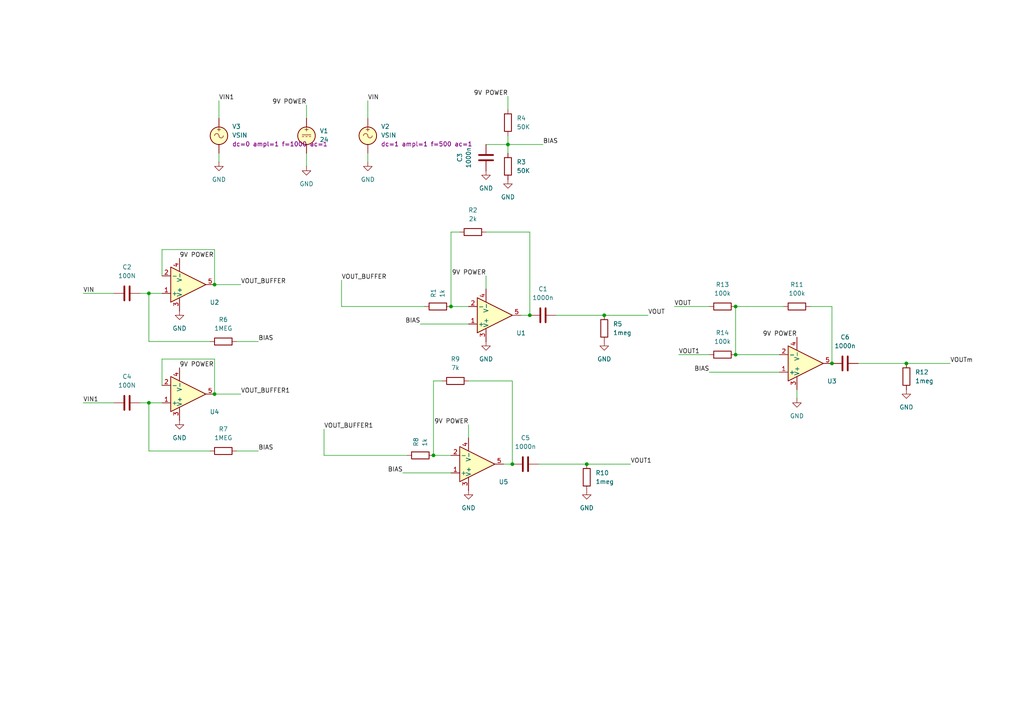
<source format=kicad_sch>
(kicad_sch (version 20250114) (generator "eeschema") (generator_version "9.0")
  (paper "A4")
  (lib_symbols
    (symbol "Device:C" (pin_numbers (hide yes)) (pin_names (offset 0.254))
      (property "Reference" "C" (at 0.635 2.54 0))
      (property "Value" "C" (at 0.635 -2.54 0))
      (symbol "C_0_1"
        (polyline (pts (xy -2.032 0.762) (xy 2.032 0.762)) (stroke (width 0.508)))
        (polyline (pts (xy -2.032 -0.762) (xy 2.032 -0.762)) (stroke (width 0.508)))
      )
      (symbol "C_1_1"
        (pin passive line (at 0 3.81 270) (length 2.794) (name "~") (number "1"))
        (pin passive line (at 0 -3.81 90) (length 2.794) (name "~") (number "2"))
      )
    )
    (symbol "Device:R" (pin_numbers (hide yes)) (pin_names (offset 0))
      (property "Reference" "R" (at 2.032 0 90))
      (property "Value" "R" (at 0 0 90))
      (symbol "R_0_1"
        (rectangle (start -1.016 -2.54) (end 1.016 2.54) (stroke (width 0.254)))
      )
      (symbol "R_1_1"
        (pin passive line (at 0 3.81 270) (length 1.27) (name "~") (number "1"))
        (pin passive line (at 0 -3.81 90) (length 1.27) (name "~") (number "2"))
      )
    )
    (symbol "Simulation_SPICE:OPAMP" (pin_names (offset 0.254))
      (property "Reference" "U" (at 3.81 3.175 0))
      (property "Value" "${SIM.PARAMS}" (at 3.81 -3.175 0))
      (symbol "OPAMP_0_1"
        (polyline (pts (xy 5.08 0) (xy -5.08 5.08) (xy -5.08 -5.08) (xy 5.08 0)) (stroke (width 0.254)) (fill (type background)))
      )
      (symbol "OPAMP_1_1"
        (pin input line (at -7.62 2.54 0) (length 2.54) (name "+") (number "1"))
        (pin input line (at -7.62 -2.54 0) (length 2.54) (name "-") (number "2"))
        (pin power_in line (at -2.54 7.62 270) (length 3.81) (name "V+") (number "3"))
        (pin power_in line (at -2.54 -7.62 90) (length 3.81) (name "V-") (number "4"))
        (pin output line (at 7.62 0 180) (length 2.54) (name "~") (number "5"))
      )
    )
    (symbol "Simulation_SPICE:VDC" (pin_numbers (hide yes)) (pin_names (offset 0.0254))
      (property "Reference" "V" (at 2.54 2.54 0))
      (property "Value" "1" (at 2.54 0 0))
      (symbol "VDC_0_0"
        (polyline (pts (xy -1.27 0.254) (xy 1.27 0.254)))
        (polyline (pts (xy -0.762 -0.254) (xy -1.27 -0.254)))
        (polyline (pts (xy 0.254 -0.254) (xy -0.254 -0.254)))
        (polyline (pts (xy 1.27 -0.254) (xy 0.762 -0.254)))
        (text "+" (at 0 1.905 0) (effects (font (size 1.27 1.27))))
      )
      (symbol "VDC_0_1"
        (circle (center 0 0) (radius 2.54) (stroke (width 0.254)) (fill (type background)))
      )
      (symbol "VDC_1_1"
        (pin passive line (at 0 5.08 270) (length 2.54) (name "~") (number "1"))
        (pin passive line (at 0 -5.08 90) (length 2.54) (name "~") (number "2"))
      )
    )
    (symbol "Simulation_SPICE:VSIN" (pin_numbers (hide yes)) (pin_names (offset 0.0254))
      (property "Reference" "V" (at 2.54 2.54 0))
      (property "Value" "VSIN" (at 2.54 0 0))
      (property "Sim.Params" "dc=0 ampl=1 f=1k ac=1" (at 2.54 -2.54 0))
      (symbol "VSIN_0_0"
        (arc (start -1.27 0) (mid -0.635 0.6323) (end 0 0))
        (arc (start 1.27 0) (mid 0.635 -0.6323) (end 0 0))
        (text "+" (at 0 1.905 0) (effects (font (size 1.27 1.27))))
      )
      (symbol "VSIN_0_1"
        (circle (center 0 0) (radius 2.54) (stroke (width 0.254)) (fill (type background)))
      )
      (symbol "VSIN_1_1"
        (pin passive line (at 0 5.08 270) (length 2.54) (name "~") (number "1"))
        (pin passive line (at 0 -5.08 90) (length 2.54) (name "~") (number "2"))
      )
    )
    (symbol "power:GND" (power) (pin_numbers (hide yes)) (pin_names (offset 0) (hide yes))
      (property "Value" "GND" (at 0 -3.81 0))
      (symbol "GND_0_1"
        (polyline (pts (xy 0 0) (xy 0 -1.27) (xy 1.27 -1.27) (xy 0 -2.54) (xy -1.27 -1.27) (xy 0 -1.27)))
      )
      (symbol "GND_1_1"
        (pin power_in line (at 0 0 270) (length 0) (name "~") (number "1"))
      )
    )
  )
  (junction (at 213.36 102.87))
  (junction (at 170.18 134.62))
  (junction (at 241.3 105.41))
  (junction (at 213.36 88.9))
  (junction (at 153.67 91.44))
  (junction (at 43.18 85.09))
  (junction (at 125.73 132.08))
  (junction (at 62.23 82.55))
  (junction (at 175.26 91.44))
  (junction (at 147.32 41.91))
  (junction (at 62.23 114.3))
  (junction (at 43.18 116.84))
  (junction (at 148.59 134.62))
  (junction (at 262.89 105.41))
  (junction (at 130.81 88.9))
  (wire (pts (xy 213.36 88.9) (xy 227.33 88.9)))
  (wire (pts (xy 147.32 39.37) (xy 147.32 41.91)))
  (wire (pts (xy 24.13 116.84) (xy 33.02 116.84)))
  (wire (pts (xy 99.06 88.9) (xy 123.19 88.9)))
  (wire (pts (xy 135.89 123.19) (xy 135.89 127)))
  (wire (pts (xy 130.81 88.9) (xy 130.81 67.31)))
  (wire (pts (xy 147.32 41.91) (xy 147.32 44.45)))
  (wire (pts (xy 156.21 134.62) (xy 170.18 134.62)))
  (wire (pts (xy 46.99 111.76) (xy 46.99 104.14)))
  (wire (pts (xy 43.18 116.84) (xy 46.99 116.84)))
  (wire (pts (xy 161.29 91.44) (xy 175.26 91.44)))
  (wire (pts (xy 130.81 67.31) (xy 133.35 67.31)))
  (wire (pts (xy 170.18 134.62) (xy 182.88 134.62)))
  (wire (pts (xy 46.99 104.14) (xy 62.23 104.14)))
  (wire (pts (xy 147.32 41.91) (xy 157.48 41.91)))
  (wire (pts (xy 63.5 44.45) (xy 63.5 46.99)))
  (wire (pts (xy 40.64 116.84) (xy 43.18 116.84)))
  (wire (pts (xy 99.06 81.28) (xy 99.06 88.9)))
  (wire (pts (xy 88.9 30.48) (xy 88.9 34.29)))
  (wire (pts (xy 175.26 91.44) (xy 187.96 91.44)))
  (wire (pts (xy 43.18 85.09) (xy 46.99 85.09)))
  (wire (pts (xy 196.85 102.87) (xy 205.74 102.87)))
  (wire (pts (xy 106.68 44.45) (xy 106.68 46.99)))
  (wire (pts (xy 40.64 85.09) (xy 43.18 85.09)))
  (wire (pts (xy 135.89 110.49) (xy 148.59 110.49)))
  (wire (pts (xy 140.97 80.01) (xy 140.97 83.82)))
  (wire (pts (xy 213.36 88.9) (xy 213.36 102.87)))
  (wire (pts (xy 121.92 93.98) (xy 135.89 93.98)))
  (wire (pts (xy 148.59 134.62) (xy 146.05 134.62)))
  (wire (pts (xy 205.74 107.95) (xy 226.06 107.95)))
  (wire (pts (xy 93.98 132.08) (xy 118.11 132.08)))
  (wire (pts (xy 62.23 114.3) (xy 69.85 114.3)))
  (wire (pts (xy 43.18 130.81) (xy 43.18 116.84)))
  (wire (pts (xy 62.23 104.14) (xy 62.23 114.3)))
  (wire (pts (xy 43.18 99.06) (xy 43.18 85.09)))
  (wire (pts (xy 106.68 29.21) (xy 106.68 34.29)))
  (wire (pts (xy 60.96 99.06) (xy 43.18 99.06)))
  (wire (pts (xy 248.92 105.41) (xy 262.89 105.41)))
  (wire (pts (xy 125.73 110.49) (xy 128.27 110.49)))
  (wire (pts (xy 231.14 113.03) (xy 231.14 115.57)))
  (wire (pts (xy 148.59 110.49) (xy 148.59 134.62)))
  (wire (pts (xy 125.73 132.08) (xy 125.73 110.49)))
  (wire (pts (xy 153.67 67.31) (xy 153.67 91.44)))
  (wire (pts (xy 68.58 130.81) (xy 74.93 130.81)))
  (wire (pts (xy 140.97 41.91) (xy 147.32 41.91)))
  (wire (pts (xy 63.5 29.21) (xy 63.5 34.29)))
  (wire (pts (xy 62.23 72.39) (xy 62.23 82.55)))
  (wire (pts (xy 46.99 72.39) (xy 62.23 72.39)))
  (wire (pts (xy 241.3 88.9) (xy 241.3 105.41)))
  (wire (pts (xy 140.97 67.31) (xy 153.67 67.31)))
  (wire (pts (xy 116.84 137.16) (xy 130.81 137.16)))
  (wire (pts (xy 60.96 130.81) (xy 43.18 130.81)))
  (wire (pts (xy 46.99 80.01) (xy 46.99 72.39)))
  (wire (pts (xy 62.23 82.55) (xy 69.85 82.55)))
  (wire (pts (xy 93.98 124.46) (xy 93.98 132.08)))
  (wire (pts (xy 125.73 132.08) (xy 130.81 132.08)))
  (wire (pts (xy 262.89 105.41) (xy 275.59 105.41)))
  (wire (pts (xy 153.67 91.44) (xy 151.13 91.44)))
  (wire (pts (xy 88.9 44.45) (xy 88.9 48.26)))
  (wire (pts (xy 24.13 85.09) (xy 33.02 85.09)))
  (wire (pts (xy 147.32 27.94) (xy 147.32 31.75)))
  (wire (pts (xy 68.58 99.06) (xy 74.93 99.06)))
  (wire (pts (xy 195.58 88.9) (xy 205.74 88.9)))
  (wire (pts (xy 130.81 88.9) (xy 135.89 88.9)))
  (wire (pts (xy 234.95 88.9) (xy 241.3 88.9)))
  (wire (pts (xy 213.36 102.87) (xy 226.06 102.87)))
  (label "9V POWER" (at 147.32 27.94 180))
  (label "9V POWER" (at 88.9 30.48 180))
  (label "BIAS" (at 74.93 99.06 0))
  (label "VOUT1" (at 196.85 102.87 0))
  (label "VOUT_BUFFER1" (at 69.85 114.3 0))
  (label "9V POWER" (at 140.97 80.01 180))
  (label "9V POWER" (at 231.14 97.79 180))
  (label "BIAS" (at 74.93 130.81 0))
  (label "VIN" (at 106.68 29.21 0))
  (label "BIAS" (at 205.74 107.95 180))
  (label "9V POWER" (at 135.89 123.19 180))
  (label "9V POWER" (at 52.07 106.68 0))
  (label "VOUT_BUFFER" (at 69.85 82.55 0))
  (label "VOUT1" (at 182.88 134.62 0))
  (label "BIAS" (at 121.92 93.98 180))
  (label "VIN1" (at 63.5 29.21 0))
  (label "VOUT_BUFFER" (at 99.06 81.28 0))
  (label "9V POWER" (at 52.07 74.93 0))
  (label "VOUTm" (at 275.59 105.41 0))
  (label "VOUT" (at 187.96 91.44 0))
  (label "BIAS" (at 116.84 137.16 180))
  (label "VIN1" (at 24.13 116.84 0))
  (label "BIAS" (at 157.48 41.91 0))
  (label "VOUT_BUFFER1" (at 93.98 124.46 0))
  (label "VIN" (at 24.13 85.09 0))
  (label "VOUT" (at 195.58 88.9 0))
  (symbol (lib_id "Device:R") (at 231.14 88.9 90) (unit 1)
    (property "Reference" "R11" (at 231.14 82.55 90))
    (property "Value" "100k" (at 231.14 85.09 90))
    (property "Description" "Resistor" (effects (hide yes)))
  )
  (symbol (lib_id "power:GND") (at 88.9 48.26 0) (unit 1)
    (property "Reference" "#PWR02" (effects (hide yes)))
    (property "Value" "GND" (at 88.9 53.34 0))
    (property "Description" "Power symbol creates a global label with name \"GND\" , ground" (effects (hide yes)))
  )
  (symbol (lib_id "Device:R") (at 137.16 67.31 90) (unit 1)
    (property "Reference" "R2" (at 137.16 60.96 90))
    (property "Value" "2k" (at 137.16 63.5 90))
    (property "Description" "Resistor" (effects (hide yes)))
  )
  (symbol (lib_id "Device:R") (at 64.77 130.81 90) (unit 1)
    (property "Reference" "R7" (at 64.77 124.46 90))
    (property "Value" "1MEG" (at 64.77 127 90))
    (property "Description" "Resistor" (effects (hide yes)))
  )
  (symbol (lib_id "power:GND") (at 52.07 90.17 0) (unit 1)
    (property "Reference" "#PWR06" (effects (hide yes)))
    (property "Value" "GND" (at 52.07 95.25 0))
    (property "Description" "Power symbol creates a global label with name \"GND\" , ground" (effects (hide yes)))
  )
  (symbol (lib_id "power:GND") (at 170.18 142.24 0) (unit 1)
    (property "Reference" "#PWR011" (effects (hide yes)))
    (property "Value" "GND" (at 170.18 147.32 0))
    (property "Description" "Power symbol creates a global label with name \"GND\" , ground" (effects (hide yes)))
  )
  (symbol (lib_id "Device:C") (at 140.97 45.72 180) (unit 1)
    (property "Reference" "C3" (at 133.35 45.72 90))
    (property "Value" "1000n" (at 135.89 45.72 90))
    (property "Description" "Unpolarized capacitor" (effects (hide yes)))
  )
  (symbol (lib_id "Device:R") (at 64.77 99.06 90) (unit 1)
    (property "Reference" "R6" (at 64.77 92.71 90))
    (property "Value" "1MEG" (at 64.77 95.25 90))
    (property "Description" "Resistor" (effects (hide yes)))
  )
  (symbol (lib_id "Device:R") (at 170.18 138.43 180) (unit 1)
    (property "Reference" "R10" (at 172.72 137.1599 0) (effects (justify right)))
    (property "Value" "1meg" (at 172.72 139.6999 0) (effects (justify right)))
    (property "Description" "Resistor" (effects (hide yes)))
  )
  (symbol (lib_id "Device:R") (at 147.32 48.26 0) (unit 1)
    (property "Reference" "R3" (at 149.86 46.9899 0) (effects (justify left)))
    (property "Value" "50K" (at 149.86 49.5299 0) (effects (justify left)))
    (property "Description" "Resistor" (effects (hide yes)))
  )
  (symbol (lib_id "Simulation_SPICE:OPAMP") (at 138.43 134.62 0) (mirror x) (unit 1)
    (property "Reference" "U5" (at 146.05 139.7702 0))
    (property "Value" "${SIM.PARAMS}" (at 146.05 137.8651 0))
    (property "Datasheet" "https://ngspice.sourceforge.io/docs/ngspice-html-manual/manual.xhtml#sec__SUBCKT_Subcircuits" (effects (hide yes)))
    (property "Description" "Operational amplifier, single" (effects (hide yes)))
    (property "Sim.Device" "SUBCKT" (effects (hide yes)))
    (property "Sim.Library" "C:\\Users\\Jasiek\\Desktop\\Projekt_mikser\\Mixer_my_own\\Simulation\\Models\\TL072.301" (effects (hide yes)))
    (property "Sim.Name" "TL072" (effects (hide yes)))
    (property "Sim.Pins" "1=1 2=2 3=4 4=3 5=5" (effects (hide yes)))
  )
  (symbol (lib_id "Device:R") (at 127 88.9 90) (unit 1)
    (property "Reference" "R1" (at 125.7299 86.36 0) (effects (justify left)))
    (property "Value" "1k" (at 128.27 86.36 0) (effects (justify left)))
    (property "Description" "Resistor" (effects (hide yes)))
  )
  (symbol (lib_id "Device:R") (at 262.89 109.22 180) (unit 1)
    (property "Reference" "R12" (at 265.43 107.9499 0) (effects (justify right)))
    (property "Value" "1meg" (at 265.43 110.4899 0) (effects (justify right)))
    (property "Description" "Resistor" (effects (hide yes)))
  )
  (symbol (lib_id "power:GND") (at 140.97 49.53 0) (unit 1)
    (property "Reference" "#PWR07" (effects (hide yes)))
    (property "Value" "GND" (at 140.97 54.61 0))
    (property "Description" "Power symbol creates a global label with name \"GND\" , ground" (effects (hide yes)))
  )
  (symbol (lib_id "Simulation_SPICE:VSIN") (at 106.68 39.37 0) (unit 1)
    (property "Reference" "V2" (at 110.49 36.7001 0) (effects (justify left)))
    (property "Value" "VSIN" (at 110.49 39.2401 0) (effects (justify left)))
    (property "Datasheet" "https://ngspice.sourceforge.io/docs/ngspice-html-manual/manual.xhtml#sec_Independent_Sources_for" (effects (hide yes)))
    (property "Description" "Voltage source, sinusoidal" (effects (hide yes)))
    (property "Sim.Pins" "1=+ 2=-" (effects (hide yes)))
    (property "Sim.Params" "dc=1 ampl=1 f=500 ac=1" (at 110.49 41.7801 0) (effects (justify left)))
    (property "Sim.Type" "SIN" (effects (hide yes)))
    (property "Sim.Device" "V" (effects (hide yes)))
  )
  (symbol (lib_id "Device:R") (at 132.08 110.49 90) (unit 1)
    (property "Reference" "R9" (at 132.08 104.14 90))
    (property "Value" "7k" (at 132.08 106.68 90))
    (property "Description" "Resistor" (effects (hide yes)))
  )
  (symbol (lib_id "Device:C") (at 157.48 91.44 90) (unit 1)
    (property "Reference" "C1" (at 157.48 83.82 90))
    (property "Value" "1000n" (at 157.48 86.36 90))
    (property "Description" "Unpolarized capacitor" (effects (hide yes)))
  )
  (symbol (lib_id "Device:R") (at 147.32 35.56 0) (unit 1)
    (property "Reference" "R4" (at 149.86 34.2899 0) (effects (justify left)))
    (property "Value" "50K" (at 149.86 36.8299 0) (effects (justify left)))
    (property "Description" "Resistor" (effects (hide yes)))
  )
  (symbol (lib_id "power:GND") (at 63.5 46.99 0) (unit 1)
    (property "Reference" "#PWR013" (effects (hide yes)))
    (property "Value" "GND" (at 63.5 52.07 0))
    (property "Description" "Power symbol creates a global label with name \"GND\" , ground" (effects (hide yes)))
  )
  (symbol (lib_id "power:GND") (at 147.32 52.07 0) (unit 1)
    (property "Reference" "#PWR03" (effects (hide yes)))
    (property "Value" "GND" (at 147.32 57.15 0))
    (property "Description" "Power symbol creates a global label with name \"GND\" , ground" (effects (hide yes)))
  )
  (symbol (lib_id "Simulation_SPICE:OPAMP") (at 233.68 105.41 0) (mirror x) (unit 1)
    (property "Reference" "U3" (at 241.3 110.5602 0))
    (property "Value" "${SIM.PARAMS}" (at 241.3 108.6551 0))
    (property "Datasheet" "https://ngspice.sourceforge.io/docs/ngspice-html-manual/manual.xhtml#sec__SUBCKT_Subcircuits" (effects (hide yes)))
    (property "Description" "Operational amplifier, single" (effects (hide yes)))
    (property "Sim.Device" "SUBCKT" (effects (hide yes)))
    (property "Sim.Library" "C:\\Users\\Jasiek\\Desktop\\Projekt_mikser\\Mixer_my_own\\Simulation\\Models\\TL072.301" (effects (hide yes)))
    (property "Sim.Name" "TL072" (effects (hide yes)))
    (property "Sim.Pins" "1=1 2=2 3=4 4=3 5=5" (effects (hide yes)))
  )
  (symbol (lib_id "Device:C") (at 245.11 105.41 90) (unit 1)
    (property "Reference" "C6" (at 245.11 97.79 90))
    (property "Value" "1000n" (at 245.11 100.33 90))
    (property "Description" "Unpolarized capacitor" (effects (hide yes)))
  )
  (symbol (lib_id "Device:R") (at 121.92 132.08 90) (unit 1)
    (property "Reference" "R8" (at 120.6499 129.54 0) (effects (justify left)))
    (property "Value" "1k" (at 123.19 129.54 0) (effects (justify left)))
    (property "Description" "Resistor" (effects (hide yes)))
  )
  (symbol (lib_id "Simulation_SPICE:OPAMP") (at 54.61 82.55 0) (mirror x) (unit 1)
    (property "Reference" "U2" (at 62.23 87.7002 0))
    (property "Value" "${SIM.PARAMS}" (at 62.23 85.7951 0))
    (property "Datasheet" "https://ngspice.sourceforge.io/docs/ngspice-html-manual/manual.xhtml#sec__SUBCKT_Subcircuits" (effects (hide yes)))
    (property "Description" "Operational amplifier, single" (effects (hide yes)))
    (property "Sim.Device" "SUBCKT" (effects (hide yes)))
    (property "Sim.Library" "C:\\Users\\Jasiek\\Desktop\\Projekt_mikser\\Mixer_my_own\\Simulation\\Models\\TL072.301" (effects (hide yes)))
    (property "Sim.Name" "TL072" (effects (hide yes)))
    (property "Sim.Pins" "1=1 2=2 3=4 4=3 5=5" (effects (hide yes)))
  )
  (symbol (lib_id "Device:C") (at 152.4 134.62 90) (unit 1)
    (property "Reference" "C5" (at 152.4 127 90))
    (property "Value" "1000n" (at 152.4 129.54 90))
    (property "Description" "Unpolarized capacitor" (effects (hide yes)))
  )
  (symbol (lib_id "power:GND") (at 52.07 121.92 0) (unit 1)
    (property "Reference" "#PWR09" (effects (hide yes)))
    (property "Value" "GND" (at 52.07 127 0))
    (property "Description" "Power symbol creates a global label with name \"GND\" , ground" (effects (hide yes)))
  )
  (symbol (lib_id "power:GND") (at 106.68 46.99 0) (unit 1)
    (property "Reference" "#PWR04" (effects (hide yes)))
    (property "Value" "GND" (at 106.68 52.07 0))
    (property "Description" "Power symbol creates a global label with name \"GND\" , ground" (effects (hide yes)))
  )
  (symbol (lib_id "Simulation_SPICE:VDC") (at 88.9 39.37 0) (unit 1)
    (property "Reference" "V1" (at 92.71 37.9701 0) (effects (justify left)))
    (property "Value" "24" (at 92.71 40.5101 0) (effects (justify left)))
    (property "Datasheet" "https://ngspice.sourceforge.io/docs/ngspice-html-manual/manual.xhtml#sec_Independent_Sources_for" (effects (hide yes)))
    (property "Description" "Voltage source, DC" (effects (hide yes)))
    (property "Sim.Pins" "1=+ 2=-" (effects (hide yes)))
    (property "Sim.Type" "DC" (effects (hide yes)))
    (property "Sim.Device" "V" (effects (hide yes)))
  )
  (symbol (lib_id "power:GND") (at 135.89 142.24 0) (unit 1)
    (property "Reference" "#PWR010" (effects (hide yes)))
    (property "Value" "GND" (at 135.89 147.32 0))
    (property "Description" "Power symbol creates a global label with name \"GND\" , ground" (effects (hide yes)))
  )
  (symbol (lib_id "power:GND") (at 231.14 115.57 0) (unit 1)
    (property "Reference" "#PWR08" (effects (hide yes)))
    (property "Value" "GND" (at 231.14 120.65 0))
    (property "Description" "Power symbol creates a global label with name \"GND\" , ground" (effects (hide yes)))
  )
  (symbol (lib_id "Device:C") (at 36.83 85.09 90) (unit 1)
    (property "Reference" "C2" (at 36.83 77.47 90))
    (property "Value" "100N" (at 36.83 80.01 90))
    (property "Description" "Unpolarized capacitor" (effects (hide yes)))
  )
  (symbol (lib_id "Simulation_SPICE:VSIN") (at 63.5 39.37 0) (unit 1)
    (property "Reference" "V3" (at 67.31 36.7001 0) (effects (justify left)))
    (property "Value" "VSIN" (at 67.31 39.2401 0) (effects (justify left)))
    (property "Datasheet" "https://ngspice.sourceforge.io/docs/ngspice-html-manual/manual.xhtml#sec_Independent_Sources_for" (effects (hide yes)))
    (property "Description" "Voltage source, sinusoidal" (effects (hide yes)))
    (property "Sim.Pins" "1=+ 2=-" (effects (hide yes)))
    (property "Sim.Params" "dc=0 ampl=1 f=1000 ac=1" (at 67.31 41.7801 0) (effects (justify left)))
    (property "Sim.Type" "SIN" (effects (hide yes)))
    (property "Sim.Device" "V" (effects (hide yes)))
  )
  (symbol (lib_id "power:GND") (at 140.97 99.06 0) (unit 1)
    (property "Reference" "#PWR01" (effects (hide yes)))
    (property "Value" "GND" (at 140.97 104.14 0))
    (property "Description" "Power symbol creates a global label with name \"GND\" , ground" (effects (hide yes)))
  )
  (symbol (lib_id "Device:R") (at 175.26 95.25 180) (unit 1)
    (property "Reference" "R5" (at 177.8 93.9799 0) (effects (justify right)))
    (property "Value" "1meg" (at 177.8 96.5199 0) (effects (justify right)))
    (property "Description" "Resistor" (effects (hide yes)))
  )
  (symbol (lib_id "Device:C") (at 36.83 116.84 90) (unit 1)
    (property "Reference" "C4" (at 36.83 109.22 90))
    (property "Value" "100N" (at 36.83 111.76 90))
    (property "Description" "Unpolarized capacitor" (effects (hide yes)))
  )
  (symbol (lib_id "power:GND") (at 175.26 99.06 0) (unit 1)
    (property "Reference" "#PWR05" (effects (hide yes)))
    (property "Value" "GND" (at 175.26 104.14 0))
    (property "Description" "Power symbol creates a global label with name \"GND\" , ground" (effects (hide yes)))
  )
  (symbol (lib_id "Simulation_SPICE:OPAMP") (at 143.51 91.44 0) (mirror x) (unit 1)
    (property "Reference" "U1" (at 151.13 96.5902 0))
    (property "Value" "${SIM.PARAMS}" (at 151.13 94.6851 0))
    (property "Datasheet" "https://ngspice.sourceforge.io/docs/ngspice-html-manual/manual.xhtml#sec__SUBCKT_Subcircuits" (effects (hide yes)))
    (property "Description" "Operational amplifier, single" (effects (hide yes)))
    (property "Sim.Device" "SUBCKT" (effects (hide yes)))
    (property "Sim.Library" "C:\\Users\\Jasiek\\Desktop\\Projekt_mikser\\Mixer_my_own\\Simulation\\Models\\TL072.301" (effects (hide yes)))
    (property "Sim.Name" "TL072" (effects (hide yes)))
    (property "Sim.Pins" "1=1 2=2 3=4 4=3 5=5" (effects (hide yes)))
  )
  (symbol (lib_id "Simulation_SPICE:OPAMP") (at 54.61 114.3 0) (mirror x) (unit 1)
    (property "Reference" "U4" (at 62.23 119.4502 0))
    (property "Value" "${SIM.PARAMS}" (at 62.23 117.5451 0))
    (property "Datasheet" "https://ngspice.sourceforge.io/docs/ngspice-html-manual/manual.xhtml#sec__SUBCKT_Subcircuits" (effects (hide yes)))
    (property "Description" "Operational amplifier, single" (effects (hide yes)))
    (property "Sim.Device" "SUBCKT" (effects (hide yes)))
    (property "Sim.Library" "C:\\Users\\Jasiek\\Desktop\\Projekt_mikser\\Mixer_my_own\\Simulation\\Models\\TL072.301" (effects (hide yes)))
    (property "Sim.Name" "TL072" (effects (hide yes)))
    (property "Sim.Pins" "1=1 2=2 3=4 4=3 5=5" (effects (hide yes)))
  )
  (symbol (lib_id "Device:R") (at 209.55 102.87 90) (unit 1)
    (property "Reference" "R14" (at 209.55 96.52 90))
    (property "Value" "100k" (at 209.55 99.06 90))
    (property "Description" "Resistor" (effects (hide yes)))
  )
  (symbol (lib_id "power:GND") (at 262.89 113.03 0) (unit 1)
    (property "Reference" "#PWR012" (effects (hide yes)))
    (property "Value" "GND" (at 262.89 118.11 0))
    (property "Description" "Power symbol creates a global label with name \"GND\" , ground" (effects (hide yes)))
  )
  (symbol (lib_id "Device:R") (at 209.55 88.9 90) (unit 1)
    (property "Reference" "R13" (at 209.55 82.55 90))
    (property "Value" "100k" (at 209.55 85.09 90))
    (property "Description" "Resistor" (effects (hide yes)))
  )
)
</source>
